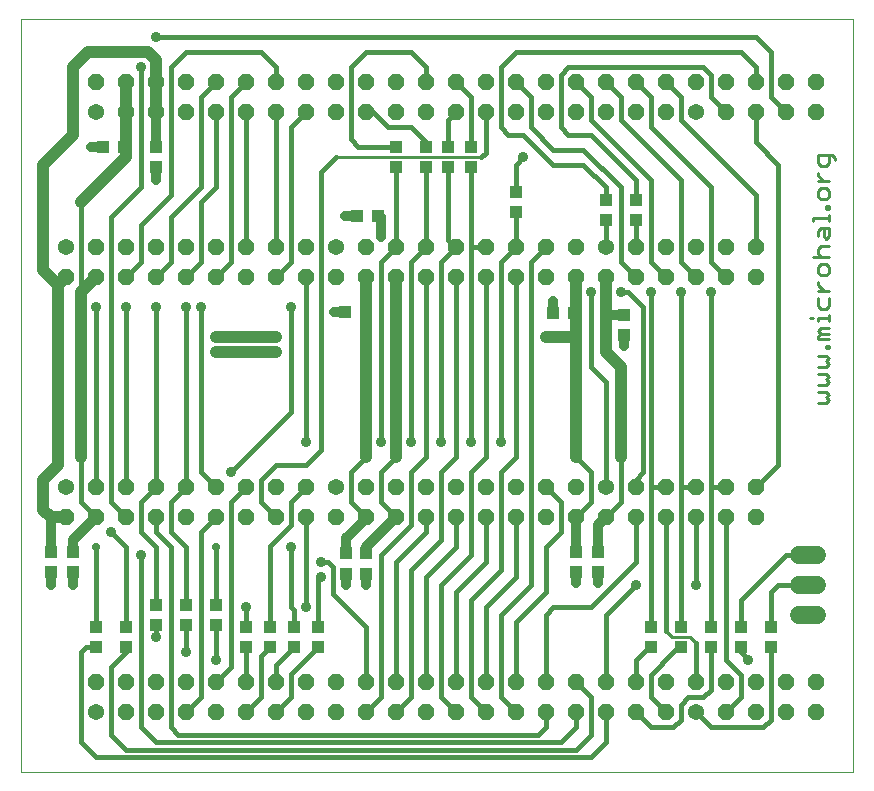
<source format=gtl>
G75*
%MOIN*%
%OFA0B0*%
%FSLAX25Y25*%
%IPPOS*%
%LPD*%
%AMOC8*
5,1,8,0,0,1.08239X$1,22.5*
%
%ADD10C,0.00000*%
%ADD11C,0.01100*%
%ADD12C,0.05400*%
%ADD13OC8,0.05400*%
%ADD14R,0.04331X0.03937*%
%ADD15C,0.06000*%
%ADD16R,0.04252X0.04134*%
%ADD17R,0.04134X0.04252*%
%ADD18C,0.03200*%
%ADD19C,0.02775*%
%ADD20C,0.01600*%
%ADD21C,0.03562*%
%ADD22C,0.01000*%
%ADD23C,0.04000*%
D10*
X0001256Y0036433D02*
X0001256Y0287634D01*
X0278677Y0287634D01*
X0278677Y0036433D01*
X0001256Y0036433D01*
D11*
X0218256Y0081433D02*
X0224256Y0081433D01*
X0267036Y0159483D02*
X0269788Y0159483D01*
X0270706Y0160401D01*
X0269788Y0161318D01*
X0270706Y0162235D01*
X0269788Y0163153D01*
X0267036Y0163153D01*
X0267036Y0165560D02*
X0269788Y0165560D01*
X0270706Y0166478D01*
X0269788Y0167395D01*
X0270706Y0168313D01*
X0269788Y0169230D01*
X0267036Y0169230D01*
X0267036Y0171637D02*
X0269788Y0171637D01*
X0270706Y0172555D01*
X0269788Y0173472D01*
X0270706Y0174390D01*
X0269788Y0175307D01*
X0267036Y0175307D01*
X0269788Y0177715D02*
X0269788Y0178632D01*
X0270706Y0178632D01*
X0270706Y0177715D01*
X0269788Y0177715D01*
X0270706Y0180753D02*
X0267036Y0180753D01*
X0267036Y0181671D01*
X0267954Y0182588D01*
X0267036Y0183506D01*
X0267954Y0184423D01*
X0270706Y0184423D01*
X0270706Y0182588D02*
X0267954Y0182588D01*
X0267036Y0186830D02*
X0267036Y0187748D01*
X0270706Y0187748D01*
X0270706Y0188665D02*
X0270706Y0186830D01*
X0269788Y0190882D02*
X0267954Y0190882D01*
X0267036Y0191799D01*
X0267036Y0194552D01*
X0267036Y0196959D02*
X0270706Y0196959D01*
X0268871Y0196959D02*
X0267036Y0198794D01*
X0267036Y0199711D01*
X0267954Y0202023D02*
X0269788Y0202023D01*
X0270706Y0202941D01*
X0270706Y0204776D01*
X0269788Y0205693D01*
X0267954Y0205693D01*
X0267036Y0204776D01*
X0267036Y0202941D01*
X0267954Y0202023D01*
X0270706Y0194552D02*
X0270706Y0191799D01*
X0269788Y0190882D01*
X0265201Y0187748D02*
X0264284Y0187748D01*
X0265201Y0208101D02*
X0270706Y0208101D01*
X0267954Y0208101D02*
X0267036Y0209018D01*
X0267036Y0210853D01*
X0267954Y0211770D01*
X0270706Y0211770D01*
X0269788Y0214178D02*
X0268871Y0215095D01*
X0268871Y0217848D01*
X0267954Y0217848D02*
X0270706Y0217848D01*
X0270706Y0215095D01*
X0269788Y0214178D01*
X0267036Y0215095D02*
X0267036Y0216930D01*
X0267954Y0217848D01*
X0270706Y0220255D02*
X0270706Y0222090D01*
X0270706Y0221172D02*
X0265201Y0221172D01*
X0265201Y0220255D01*
X0269788Y0224306D02*
X0269788Y0225224D01*
X0270706Y0225224D01*
X0270706Y0224306D01*
X0269788Y0224306D01*
X0269788Y0227345D02*
X0267954Y0227345D01*
X0267036Y0228262D01*
X0267036Y0230097D01*
X0267954Y0231015D01*
X0269788Y0231015D01*
X0270706Y0230097D01*
X0270706Y0228262D01*
X0269788Y0227345D01*
X0268871Y0233422D02*
X0267036Y0235257D01*
X0267036Y0236175D01*
X0267954Y0238487D02*
X0269788Y0238487D01*
X0270706Y0239404D01*
X0270706Y0242156D01*
X0271623Y0242156D02*
X0267036Y0242156D01*
X0267036Y0239404D01*
X0267954Y0238487D01*
X0271623Y0242156D02*
X0272541Y0241239D01*
X0272541Y0240321D01*
X0270706Y0233422D02*
X0267036Y0233422D01*
X0154756Y0241433D02*
X0106256Y0241433D01*
D12*
X0106256Y0211433D03*
X0026256Y0256433D03*
X0016256Y0211433D03*
X0016256Y0131433D03*
X0026256Y0056433D03*
X0106256Y0131433D03*
X0196256Y0131433D03*
X0226256Y0056433D03*
X0196256Y0211433D03*
X0226256Y0256433D03*
D13*
X0236256Y0256433D03*
X0246256Y0256433D03*
X0256256Y0256433D03*
X0266256Y0256433D03*
X0266256Y0266433D03*
X0256256Y0266433D03*
X0246256Y0266433D03*
X0236256Y0266433D03*
X0226256Y0266433D03*
X0216256Y0266433D03*
X0216256Y0256433D03*
X0206256Y0256433D03*
X0196256Y0256433D03*
X0186256Y0256433D03*
X0176256Y0256433D03*
X0166256Y0256433D03*
X0166256Y0266433D03*
X0176256Y0266433D03*
X0186256Y0266433D03*
X0196256Y0266433D03*
X0206256Y0266433D03*
X0156256Y0266433D03*
X0146256Y0266433D03*
X0136256Y0266433D03*
X0126256Y0266433D03*
X0116256Y0266433D03*
X0116256Y0256433D03*
X0126256Y0256433D03*
X0136256Y0256433D03*
X0146256Y0256433D03*
X0156256Y0256433D03*
X0156256Y0211433D03*
X0146256Y0211433D03*
X0136256Y0211433D03*
X0126256Y0211433D03*
X0116256Y0211433D03*
X0116256Y0201433D03*
X0126256Y0201433D03*
X0136256Y0201433D03*
X0146256Y0201433D03*
X0156256Y0201433D03*
X0166256Y0201433D03*
X0176256Y0201433D03*
X0186256Y0201433D03*
X0196256Y0201433D03*
X0206256Y0201433D03*
X0216256Y0201433D03*
X0226256Y0201433D03*
X0236256Y0201433D03*
X0246256Y0201433D03*
X0246256Y0211433D03*
X0236256Y0211433D03*
X0226256Y0211433D03*
X0216256Y0211433D03*
X0206256Y0211433D03*
X0186256Y0211433D03*
X0176256Y0211433D03*
X0166256Y0211433D03*
X0106256Y0201433D03*
X0096256Y0201433D03*
X0086256Y0201433D03*
X0076256Y0201433D03*
X0066256Y0201433D03*
X0066256Y0211433D03*
X0076256Y0211433D03*
X0086256Y0211433D03*
X0096256Y0211433D03*
X0056256Y0211433D03*
X0046256Y0211433D03*
X0036256Y0211433D03*
X0026256Y0211433D03*
X0026256Y0201433D03*
X0036256Y0201433D03*
X0046256Y0201433D03*
X0056256Y0201433D03*
X0016256Y0201433D03*
X0036256Y0256433D03*
X0046256Y0256433D03*
X0056256Y0256433D03*
X0066256Y0256433D03*
X0076256Y0256433D03*
X0086256Y0256433D03*
X0096256Y0256433D03*
X0106256Y0256433D03*
X0106256Y0266433D03*
X0096256Y0266433D03*
X0086256Y0266433D03*
X0076256Y0266433D03*
X0066256Y0266433D03*
X0056256Y0266433D03*
X0046256Y0266433D03*
X0036256Y0266433D03*
X0026256Y0266433D03*
X0026256Y0131433D03*
X0036256Y0131433D03*
X0046256Y0131433D03*
X0056256Y0131433D03*
X0056256Y0121433D03*
X0046256Y0121433D03*
X0036256Y0121433D03*
X0026256Y0121433D03*
X0016256Y0121433D03*
X0066256Y0121433D03*
X0076256Y0121433D03*
X0086256Y0121433D03*
X0096256Y0121433D03*
X0106256Y0121433D03*
X0096256Y0131433D03*
X0086256Y0131433D03*
X0076256Y0131433D03*
X0066256Y0131433D03*
X0116256Y0131433D03*
X0126256Y0131433D03*
X0136256Y0131433D03*
X0146256Y0131433D03*
X0156256Y0131433D03*
X0156256Y0121433D03*
X0146256Y0121433D03*
X0136256Y0121433D03*
X0126256Y0121433D03*
X0116256Y0121433D03*
X0166256Y0121433D03*
X0176256Y0121433D03*
X0186256Y0121433D03*
X0196256Y0121433D03*
X0206256Y0121433D03*
X0206256Y0131433D03*
X0216256Y0131433D03*
X0226256Y0131433D03*
X0236256Y0131433D03*
X0246256Y0131433D03*
X0246256Y0121433D03*
X0236256Y0121433D03*
X0226256Y0121433D03*
X0216256Y0121433D03*
X0186256Y0131433D03*
X0176256Y0131433D03*
X0166256Y0131433D03*
X0166256Y0066433D03*
X0176256Y0066433D03*
X0186256Y0066433D03*
X0196256Y0066433D03*
X0206256Y0066433D03*
X0206256Y0056433D03*
X0196256Y0056433D03*
X0186256Y0056433D03*
X0176256Y0056433D03*
X0166256Y0056433D03*
X0156256Y0056433D03*
X0156256Y0066433D03*
X0146256Y0066433D03*
X0146256Y0056433D03*
X0136256Y0056433D03*
X0136256Y0066433D03*
X0126256Y0066433D03*
X0126256Y0056433D03*
X0116256Y0056433D03*
X0116256Y0066433D03*
X0106256Y0066433D03*
X0106256Y0056433D03*
X0096256Y0056433D03*
X0096256Y0066433D03*
X0086256Y0066433D03*
X0086256Y0056433D03*
X0076256Y0056433D03*
X0076256Y0066433D03*
X0066256Y0066433D03*
X0066256Y0056433D03*
X0056256Y0056433D03*
X0056256Y0066433D03*
X0046256Y0066433D03*
X0046256Y0056433D03*
X0036256Y0056433D03*
X0036256Y0066433D03*
X0026256Y0066433D03*
X0216256Y0066433D03*
X0226256Y0066433D03*
X0236256Y0066433D03*
X0246256Y0066433D03*
X0256256Y0066433D03*
X0256256Y0056433D03*
X0246256Y0056433D03*
X0236256Y0056433D03*
X0216256Y0056433D03*
X0266256Y0056433D03*
X0266256Y0066433D03*
D14*
X0251256Y0078087D03*
X0251256Y0084780D03*
X0241256Y0084780D03*
X0241256Y0078087D03*
X0231256Y0078087D03*
X0231256Y0084780D03*
X0221256Y0084780D03*
X0221256Y0078087D03*
X0211256Y0078087D03*
X0211256Y0084780D03*
X0100256Y0084780D03*
X0100256Y0078087D03*
X0092256Y0078087D03*
X0092256Y0084780D03*
X0084256Y0084780D03*
X0084256Y0078087D03*
X0076256Y0078087D03*
X0076256Y0084780D03*
X0066256Y0085587D03*
X0066256Y0092280D03*
X0056256Y0092280D03*
X0056256Y0085587D03*
X0046256Y0085587D03*
X0046256Y0092280D03*
X0036256Y0084780D03*
X0036256Y0078087D03*
X0026256Y0078087D03*
X0026256Y0084780D03*
X0166256Y0223087D03*
X0166256Y0229780D03*
X0151256Y0238087D03*
X0151256Y0244780D03*
X0143756Y0244780D03*
X0143756Y0238087D03*
X0136256Y0238087D03*
X0136256Y0244780D03*
X0126256Y0244780D03*
X0126256Y0238087D03*
X0196256Y0227280D03*
X0196256Y0220587D03*
X0206256Y0220587D03*
X0206256Y0227280D03*
D15*
X0260756Y0108933D02*
X0266756Y0108933D01*
X0266756Y0098933D02*
X0260756Y0098933D01*
X0260756Y0088933D02*
X0266756Y0088933D01*
D16*
X0193756Y0102988D03*
X0186256Y0102988D03*
X0186256Y0109878D03*
X0193756Y0109878D03*
X0202256Y0181988D03*
X0202256Y0188878D03*
X0116256Y0109378D03*
X0109756Y0109378D03*
X0109756Y0102488D03*
X0116256Y0102488D03*
X0018756Y0102988D03*
X0011256Y0102988D03*
X0011256Y0109878D03*
X0018756Y0109878D03*
X0046256Y0237988D03*
X0046256Y0244878D03*
D17*
X0035701Y0244933D03*
X0028811Y0244933D03*
X0109311Y0189933D03*
X0116201Y0189933D03*
X0113311Y0221933D03*
X0120201Y0221933D03*
X0178811Y0189433D03*
X0185701Y0189433D03*
D18*
X0185756Y0189433D01*
X0186256Y0188933D01*
X0178811Y0189433D02*
X0178811Y0193378D01*
X0178756Y0193433D01*
X0196256Y0188933D02*
X0196311Y0188878D01*
X0202256Y0188878D01*
X0202256Y0181988D02*
X0202256Y0178433D01*
X0196256Y0121433D02*
X0193756Y0118933D01*
X0193756Y0109878D01*
X0186256Y0109878D02*
X0186256Y0121433D01*
X0186256Y0102988D02*
X0186256Y0099433D01*
X0193756Y0099433D02*
X0193756Y0102988D01*
X0126256Y0121433D02*
X0116256Y0111433D01*
X0116256Y0109378D01*
X0109756Y0109378D02*
X0109756Y0114433D01*
X0116256Y0120933D01*
X0116256Y0121433D01*
X0116256Y0102488D02*
X0116256Y0098933D01*
X0109756Y0098933D02*
X0109756Y0102488D01*
X0026256Y0121433D02*
X0018756Y0113933D01*
X0018756Y0109878D01*
X0011256Y0109878D02*
X0011256Y0121433D01*
X0011256Y0102988D02*
X0011256Y0098933D01*
X0018756Y0098933D02*
X0018756Y0102988D01*
X0105756Y0189933D02*
X0109311Y0189933D01*
X0116201Y0189933D02*
X0116201Y0191378D01*
X0116256Y0191433D01*
X0121256Y0214933D02*
X0121256Y0221433D01*
X0120756Y0221933D01*
X0120201Y0221933D01*
X0113311Y0221933D02*
X0109256Y0221933D01*
X0046256Y0233933D02*
X0046256Y0237988D01*
X0046256Y0244878D02*
X0046256Y0256433D01*
X0036256Y0246433D02*
X0035701Y0245878D01*
X0035701Y0244933D01*
X0028811Y0244933D02*
X0024756Y0244933D01*
D19*
X0024756Y0244933D03*
X0046256Y0233933D03*
X0105756Y0189933D03*
X0121256Y0214933D03*
X0109256Y0221933D03*
X0178756Y0193433D03*
X0202256Y0178433D03*
X0193756Y0099433D03*
X0186256Y0099433D03*
X0116256Y0098933D03*
X0109756Y0098933D03*
X0066256Y0111433D03*
X0026256Y0111433D03*
X0018756Y0098933D03*
X0011256Y0098933D03*
D20*
X0026256Y0111433D02*
X0026256Y0084780D01*
X0026256Y0078087D02*
X0022909Y0078087D01*
X0021256Y0076433D01*
X0021256Y0046433D01*
X0026256Y0041433D01*
X0191256Y0041433D01*
X0196256Y0046433D01*
X0196256Y0056433D01*
X0191256Y0061433D02*
X0186256Y0066433D01*
X0191256Y0061433D02*
X0191256Y0048933D01*
X0186256Y0043933D01*
X0036256Y0043933D01*
X0031256Y0048933D01*
X0031256Y0071433D01*
X0036256Y0076433D01*
X0036256Y0078087D01*
X0036256Y0084780D02*
X0036256Y0111433D01*
X0031256Y0116433D01*
X0036256Y0121433D02*
X0031256Y0126433D01*
X0031256Y0221433D01*
X0041256Y0231433D01*
X0041256Y0271433D01*
X0051256Y0271433D02*
X0056256Y0276433D01*
X0081256Y0276433D01*
X0086256Y0271433D01*
X0086256Y0266433D01*
X0076256Y0266433D02*
X0071256Y0261433D01*
X0071256Y0206433D01*
X0066256Y0201433D01*
X0061256Y0206433D02*
X0056256Y0201433D01*
X0061256Y0206433D02*
X0061256Y0226433D01*
X0066256Y0231433D01*
X0066256Y0256433D01*
X0061256Y0261433D02*
X0066256Y0266433D01*
X0061256Y0261433D02*
X0061256Y0231433D01*
X0051256Y0221433D01*
X0051256Y0206433D01*
X0046256Y0201433D01*
X0041256Y0206433D02*
X0041256Y0218933D01*
X0051256Y0228933D01*
X0051256Y0271433D01*
X0046256Y0281433D02*
X0246256Y0281433D01*
X0251256Y0276433D01*
X0251256Y0261433D01*
X0256256Y0256433D01*
X0246256Y0256433D02*
X0246256Y0246433D01*
X0253756Y0238933D01*
X0253756Y0138933D01*
X0246256Y0131433D01*
X0236256Y0131433D02*
X0231256Y0131433D01*
X0231256Y0084780D01*
X0231256Y0078087D02*
X0231256Y0063933D01*
X0228756Y0061433D01*
X0223756Y0061433D01*
X0221256Y0058933D01*
X0221256Y0053933D01*
X0218756Y0051433D01*
X0211256Y0051433D01*
X0206256Y0056433D01*
X0211256Y0061433D02*
X0216256Y0056433D01*
X0211256Y0061433D02*
X0211256Y0068933D01*
X0218756Y0076433D01*
X0221256Y0078933D01*
X0221256Y0078087D01*
X0216256Y0083433D02*
X0216256Y0121433D01*
X0226256Y0121433D02*
X0226256Y0098933D01*
X0221256Y0084780D02*
X0221256Y0131433D01*
X0226256Y0131433D01*
X0231256Y0131433D02*
X0231256Y0196433D01*
X0236256Y0201433D02*
X0231256Y0206433D01*
X0231256Y0231433D01*
X0211256Y0251433D01*
X0211256Y0261433D01*
X0206256Y0266433D01*
X0201256Y0261433D02*
X0196256Y0266433D01*
X0201256Y0261433D02*
X0201256Y0253933D01*
X0221256Y0233933D01*
X0221256Y0206433D01*
X0226256Y0201433D01*
X0221256Y0196433D02*
X0221256Y0131433D01*
X0216256Y0131433D02*
X0211256Y0131433D01*
X0211256Y0084780D01*
X0211256Y0078933D02*
X0211256Y0078087D01*
X0211256Y0078933D02*
X0206256Y0073933D01*
X0206256Y0066433D01*
X0196256Y0066433D02*
X0196256Y0088933D01*
X0206256Y0098933D01*
X0206256Y0106433D02*
X0206256Y0121433D01*
X0201256Y0126433D02*
X0201256Y0141433D01*
X0206256Y0133933D02*
X0206256Y0131433D01*
X0206256Y0133933D02*
X0208756Y0136433D01*
X0208756Y0191433D01*
X0203756Y0196433D01*
X0201256Y0196433D01*
X0206256Y0201433D02*
X0201256Y0206433D01*
X0201256Y0231433D01*
X0188756Y0243933D01*
X0178756Y0243933D01*
X0171256Y0251433D01*
X0171256Y0261433D01*
X0166256Y0266433D01*
X0161256Y0271433D02*
X0161256Y0251433D01*
X0163756Y0248933D01*
X0168756Y0248933D01*
X0178756Y0238933D01*
X0188756Y0238933D01*
X0196256Y0231433D01*
X0196256Y0227280D01*
X0196256Y0220587D02*
X0196256Y0211433D01*
X0206256Y0211433D02*
X0206256Y0220587D01*
X0206256Y0226433D02*
X0206256Y0227280D01*
X0206256Y0233933D01*
X0191256Y0248933D01*
X0183756Y0248933D01*
X0181256Y0251433D01*
X0181256Y0268933D01*
X0183756Y0271433D01*
X0228756Y0271433D01*
X0231256Y0268933D01*
X0231256Y0261433D01*
X0236256Y0256433D01*
X0246256Y0266433D02*
X0246256Y0271433D01*
X0241256Y0276433D01*
X0166256Y0276433D01*
X0161256Y0271433D01*
X0151256Y0261433D02*
X0151256Y0244780D01*
X0154756Y0241433D02*
X0156256Y0242933D01*
X0156256Y0256433D01*
X0151256Y0261433D02*
X0146256Y0266433D01*
X0136256Y0266433D02*
X0136256Y0271433D01*
X0131256Y0276433D01*
X0116256Y0276433D01*
X0111256Y0271433D01*
X0111256Y0247433D01*
X0113756Y0244933D01*
X0126256Y0244933D01*
X0126256Y0244780D01*
X0126256Y0238087D02*
X0126256Y0211433D01*
X0121256Y0206433D01*
X0121256Y0146433D01*
X0126256Y0141433D02*
X0121256Y0136433D01*
X0121256Y0126433D01*
X0126256Y0121433D01*
X0131256Y0118933D02*
X0121256Y0108933D01*
X0121256Y0061433D01*
X0116256Y0056433D01*
X0126256Y0056433D02*
X0131256Y0061433D01*
X0131256Y0103933D01*
X0141256Y0113933D01*
X0141256Y0136433D01*
X0146256Y0141433D01*
X0146256Y0201433D01*
X0141256Y0206433D02*
X0141256Y0146433D01*
X0136256Y0141433D02*
X0136256Y0201433D01*
X0141256Y0206433D02*
X0146256Y0211433D01*
X0143756Y0213933D01*
X0143756Y0238087D01*
X0143756Y0244780D02*
X0143756Y0253933D01*
X0146256Y0256433D01*
X0136256Y0246433D02*
X0136256Y0244780D01*
X0136256Y0246433D02*
X0131256Y0251433D01*
X0123756Y0251433D01*
X0118756Y0256433D01*
X0116256Y0256433D01*
X0106256Y0241433D02*
X0101256Y0236433D01*
X0101256Y0143933D01*
X0096256Y0138933D01*
X0086256Y0138933D01*
X0081256Y0133933D01*
X0081256Y0126433D01*
X0086256Y0121433D01*
X0091256Y0118933D02*
X0084256Y0111933D01*
X0084256Y0084780D01*
X0084256Y0078087D02*
X0081256Y0075087D01*
X0081256Y0061433D01*
X0076256Y0056433D01*
X0086256Y0056433D02*
X0091256Y0061433D01*
X0091256Y0069087D01*
X0100256Y0078087D01*
X0100256Y0084780D02*
X0100256Y0100433D01*
X0101256Y0101433D01*
X0101256Y0106433D02*
X0103756Y0106433D01*
X0105256Y0104933D01*
X0105256Y0095933D01*
X0116256Y0084933D01*
X0116256Y0066433D01*
X0126256Y0066433D02*
X0126256Y0106433D01*
X0136256Y0116433D01*
X0136256Y0121433D01*
X0131256Y0118933D02*
X0131256Y0136433D01*
X0136256Y0141433D01*
X0131256Y0146433D02*
X0131256Y0206433D01*
X0136256Y0211433D01*
X0136256Y0238087D01*
X0151256Y0238087D02*
X0151256Y0211433D01*
X0151256Y0146433D01*
X0156256Y0141433D02*
X0156256Y0201433D01*
X0161256Y0206433D02*
X0161256Y0146433D01*
X0166256Y0141433D02*
X0166256Y0201433D01*
X0171256Y0206433D02*
X0176256Y0211433D01*
X0171256Y0206433D02*
X0171256Y0098933D01*
X0161256Y0088933D01*
X0161256Y0061433D01*
X0166256Y0056433D01*
X0176256Y0056433D02*
X0176256Y0051433D01*
X0173756Y0048933D01*
X0053756Y0048933D01*
X0051256Y0051433D01*
X0051256Y0111433D01*
X0046256Y0116433D01*
X0046256Y0121433D01*
X0041256Y0116433D02*
X0041256Y0126433D01*
X0046256Y0131433D01*
X0046256Y0191433D01*
X0056256Y0191433D02*
X0056256Y0131433D01*
X0051256Y0126433D01*
X0051256Y0116433D01*
X0056256Y0111433D01*
X0056256Y0092280D01*
X0056256Y0085587D02*
X0056256Y0076433D01*
X0046256Y0081433D02*
X0046256Y0085587D01*
X0046256Y0092280D02*
X0046256Y0111433D01*
X0041256Y0116433D01*
X0041256Y0108933D02*
X0041256Y0051433D01*
X0046256Y0046433D01*
X0181256Y0046433D01*
X0186256Y0051433D01*
X0186256Y0056433D01*
X0176256Y0066433D02*
X0176256Y0088933D01*
X0178756Y0091433D01*
X0191256Y0091433D01*
X0206256Y0106433D01*
X0196256Y0121433D02*
X0201256Y0126433D01*
X0196256Y0131433D02*
X0196256Y0166433D01*
X0191256Y0171433D01*
X0191256Y0196433D01*
X0211256Y0196433D02*
X0211256Y0131433D01*
X0191256Y0126433D02*
X0191256Y0136433D01*
X0186256Y0141433D01*
X0176256Y0131433D02*
X0181256Y0126433D01*
X0181256Y0116433D01*
X0176256Y0111433D01*
X0176256Y0096433D01*
X0166256Y0086433D01*
X0166256Y0066433D01*
X0156256Y0066433D02*
X0156256Y0091433D01*
X0166256Y0101433D01*
X0166256Y0121433D01*
X0156256Y0121433D02*
X0156256Y0106433D01*
X0146256Y0096433D01*
X0146256Y0066433D01*
X0141256Y0061433D02*
X0146256Y0056433D01*
X0151256Y0061433D02*
X0156256Y0056433D01*
X0151256Y0061433D02*
X0151256Y0093933D01*
X0161256Y0103933D01*
X0161256Y0136433D01*
X0166256Y0141433D01*
X0156256Y0141433D02*
X0151256Y0136433D01*
X0151256Y0108933D01*
X0141256Y0098933D01*
X0141256Y0061433D01*
X0136256Y0066433D02*
X0136256Y0101433D01*
X0146256Y0111433D01*
X0146256Y0121433D01*
X0116256Y0121433D02*
X0111256Y0126433D01*
X0111256Y0136433D01*
X0116256Y0141433D01*
X0096256Y0146433D02*
X0096256Y0201433D01*
X0091256Y0206433D02*
X0086256Y0201433D01*
X0091256Y0206433D02*
X0091256Y0251433D01*
X0096256Y0256433D01*
X0086256Y0256433D02*
X0086256Y0211433D01*
X0076256Y0211433D02*
X0076256Y0256433D01*
X0041256Y0206433D02*
X0036256Y0201433D01*
X0036256Y0191433D02*
X0036256Y0131433D01*
X0026256Y0131433D02*
X0026256Y0191433D01*
X0021256Y0196433D02*
X0021256Y0226433D01*
X0061256Y0191433D02*
X0061256Y0136433D01*
X0066256Y0131433D01*
X0071256Y0126433D02*
X0076256Y0131433D01*
X0071256Y0126433D02*
X0071256Y0071433D01*
X0066256Y0066433D01*
X0061256Y0061433D02*
X0056256Y0056433D01*
X0061256Y0061433D02*
X0061256Y0116433D01*
X0066256Y0121433D01*
X0066256Y0111433D02*
X0066256Y0092280D01*
X0066256Y0085587D02*
X0066256Y0073933D01*
X0076256Y0078087D02*
X0076256Y0066433D01*
X0086256Y0066433D02*
X0086256Y0072087D01*
X0092256Y0078087D01*
X0092256Y0084780D02*
X0092256Y0090433D01*
X0091256Y0091433D01*
X0091256Y0111433D01*
X0091256Y0118933D02*
X0091256Y0126433D01*
X0096256Y0131433D01*
X0096256Y0121433D02*
X0096256Y0091433D01*
X0076256Y0091433D02*
X0076256Y0084780D01*
X0026256Y0121433D02*
X0021256Y0126433D01*
X0021256Y0141433D01*
X0071256Y0136433D02*
X0091256Y0156433D01*
X0091256Y0191433D01*
X0151256Y0211433D02*
X0156256Y0211433D01*
X0161256Y0206433D02*
X0166256Y0211433D01*
X0166256Y0223087D01*
X0166256Y0229780D02*
X0166256Y0238933D01*
X0168756Y0241433D01*
X0191256Y0253933D02*
X0191256Y0261433D01*
X0186256Y0266433D01*
X0191256Y0253933D02*
X0211256Y0233933D01*
X0211256Y0206433D01*
X0216256Y0201433D01*
X0246256Y0211433D02*
X0246256Y0228933D01*
X0221256Y0253933D01*
X0221256Y0261433D01*
X0216256Y0266433D01*
X0191256Y0126433D02*
X0186256Y0121433D01*
X0226256Y0079433D02*
X0226256Y0066433D01*
X0226256Y0056433D02*
X0231256Y0051433D01*
X0248756Y0051433D01*
X0251256Y0053933D01*
X0251256Y0078087D01*
X0251256Y0084780D02*
X0251256Y0096433D01*
X0253756Y0098933D01*
X0263756Y0098933D01*
X0263756Y0108933D02*
X0256256Y0108933D01*
X0241256Y0093933D01*
X0241256Y0084780D01*
X0241256Y0078087D02*
X0241256Y0076433D01*
X0243756Y0073933D01*
X0241256Y0068933D02*
X0241256Y0061433D01*
X0236256Y0056433D01*
X0241256Y0068933D02*
X0236256Y0073933D01*
X0236256Y0121433D01*
D21*
X0226256Y0098933D03*
X0206256Y0098933D03*
X0243756Y0073933D03*
X0161256Y0146433D03*
X0151256Y0146433D03*
X0141256Y0146433D03*
X0131256Y0146433D03*
X0121256Y0146433D03*
X0096256Y0146433D03*
X0071256Y0136433D03*
X0091256Y0111433D03*
X0101256Y0106433D03*
X0101256Y0101433D03*
X0096256Y0091433D03*
X0076256Y0091433D03*
X0066256Y0073933D03*
X0056256Y0076433D03*
X0046256Y0081433D03*
X0041256Y0108933D03*
X0031256Y0116433D03*
X0021256Y0176433D03*
X0013756Y0181433D03*
X0026256Y0191433D03*
X0036256Y0191433D03*
X0046256Y0191433D03*
X0056256Y0191433D03*
X0061256Y0191433D03*
X0066256Y0181433D03*
X0071256Y0181433D03*
X0071256Y0176433D03*
X0066256Y0176433D03*
X0081256Y0176433D03*
X0081256Y0181433D03*
X0086256Y0181433D03*
X0086256Y0176433D03*
X0091256Y0191433D03*
X0116256Y0181433D03*
X0126256Y0176433D03*
X0176256Y0181433D03*
X0191256Y0196433D03*
X0201256Y0196433D03*
X0211256Y0196433D03*
X0221256Y0196433D03*
X0231256Y0196433D03*
X0196256Y0176433D03*
X0168756Y0241433D03*
X0046256Y0281433D03*
X0041256Y0271433D03*
D22*
X0216256Y0083433D02*
X0218256Y0081433D01*
X0224256Y0081433D02*
X0226256Y0079433D01*
D23*
X0201256Y0141433D02*
X0201256Y0171433D01*
X0196256Y0176433D01*
X0196256Y0188933D01*
X0196256Y0201433D01*
X0186256Y0201433D02*
X0186256Y0188933D01*
X0186256Y0181433D01*
X0176256Y0181433D01*
X0186256Y0181433D02*
X0186256Y0141433D01*
X0126256Y0141433D02*
X0126256Y0176433D01*
X0126256Y0201433D01*
X0116256Y0201433D02*
X0116256Y0191433D01*
X0116256Y0181433D01*
X0116256Y0141433D01*
X0086256Y0176433D02*
X0081256Y0176433D01*
X0071256Y0176433D01*
X0066256Y0176433D01*
X0066256Y0181433D02*
X0071256Y0181433D01*
X0081256Y0181433D01*
X0086256Y0181433D01*
X0026256Y0201433D02*
X0021256Y0196433D01*
X0021256Y0176433D01*
X0021256Y0141433D01*
X0013756Y0138933D02*
X0013756Y0181433D01*
X0013756Y0198933D01*
X0008756Y0203933D01*
X0008756Y0238933D01*
X0018756Y0248933D01*
X0018756Y0271433D01*
X0023756Y0276433D01*
X0043756Y0276433D01*
X0046256Y0273933D01*
X0046256Y0266433D01*
X0046256Y0256433D01*
X0036256Y0256433D02*
X0036256Y0246433D01*
X0036256Y0241433D01*
X0021256Y0226433D01*
X0016256Y0201433D02*
X0013756Y0198933D01*
X0013756Y0138933D02*
X0008756Y0133933D01*
X0008756Y0123933D01*
X0011256Y0121433D01*
X0016256Y0121433D01*
X0036256Y0256433D02*
X0036256Y0266433D01*
M02*

</source>
